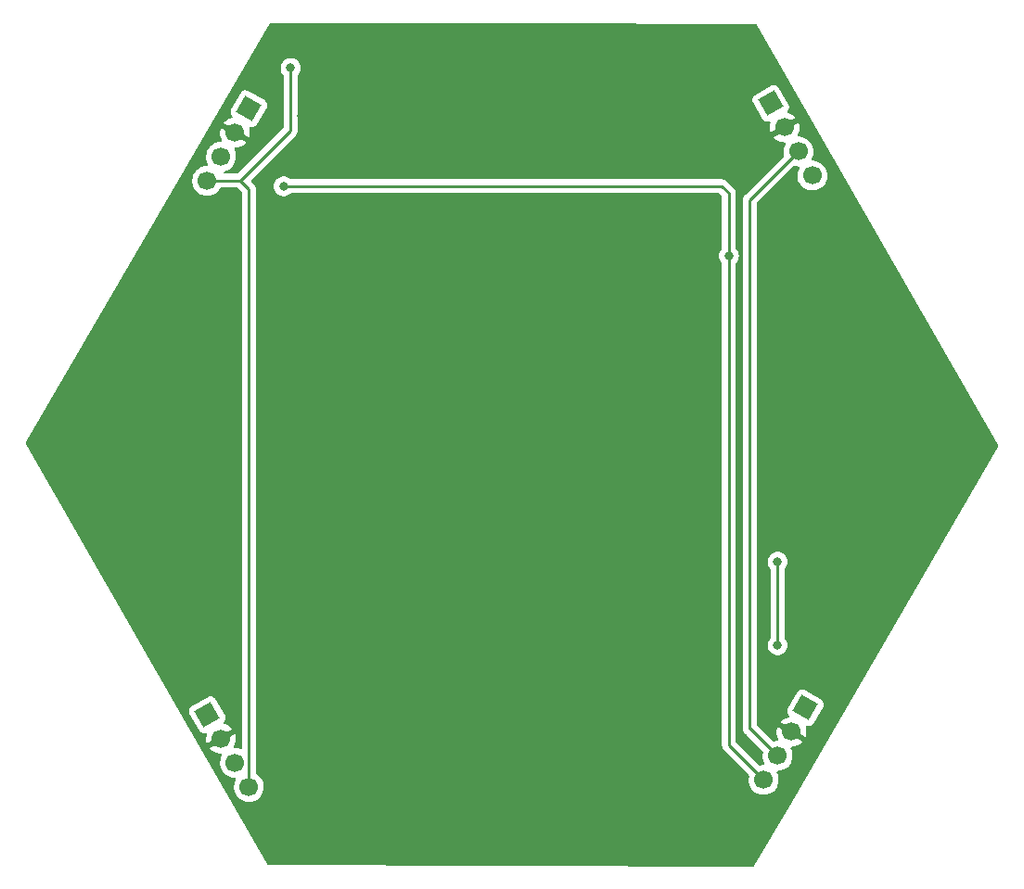
<source format=gbl>
G04 #@! TF.GenerationSoftware,KiCad,Pcbnew,6.0.5-a6ca702e91~116~ubuntu22.04.1*
G04 #@! TF.CreationDate,2022-07-22T23:48:50-06:00*
G04 #@! TF.ProjectId,catan_board,63617461-6e5f-4626-9f61-72642e6b6963,rev?*
G04 #@! TF.SameCoordinates,Original*
G04 #@! TF.FileFunction,Copper,L2,Bot*
G04 #@! TF.FilePolarity,Positive*
%FSLAX46Y46*%
G04 Gerber Fmt 4.6, Leading zero omitted, Abs format (unit mm)*
G04 Created by KiCad (PCBNEW 6.0.5-a6ca702e91~116~ubuntu22.04.1) date 2022-07-22 23:48:50*
%MOMM*%
%LPD*%
G01*
G04 APERTURE LIST*
G04 Aperture macros list*
%AMHorizOval*
0 Thick line with rounded ends*
0 $1 width*
0 $2 $3 position (X,Y) of the first rounded end (center of the circle)*
0 $4 $5 position (X,Y) of the second rounded end (center of the circle)*
0 Add line between two ends*
20,1,$1,$2,$3,$4,$5,0*
0 Add two circle primitives to create the rounded ends*
1,1,$1,$2,$3*
1,1,$1,$4,$5*%
%AMRotRect*
0 Rectangle, with rotation*
0 The origin of the aperture is its center*
0 $1 length*
0 $2 width*
0 $3 Rotation angle, in degrees counterclockwise*
0 Add horizontal line*
21,1,$1,$2,0,0,$3*%
G04 Aperture macros list end*
G04 #@! TA.AperFunction,ComponentPad*
%ADD10RotRect,1.700000X1.700000X330.000000*%
G04 #@! TD*
G04 #@! TA.AperFunction,ComponentPad*
%ADD11HorizOval,1.700000X0.000000X0.000000X0.000000X0.000000X0*%
G04 #@! TD*
G04 #@! TA.AperFunction,ComponentPad*
%ADD12RotRect,1.700000X1.700000X30.000000*%
G04 #@! TD*
G04 #@! TA.AperFunction,ComponentPad*
%ADD13HorizOval,1.700000X0.000000X0.000000X0.000000X0.000000X0*%
G04 #@! TD*
G04 #@! TA.AperFunction,ViaPad*
%ADD14C,0.800000*%
G04 #@! TD*
G04 #@! TA.AperFunction,Conductor*
%ADD15C,0.250000*%
G04 #@! TD*
G04 APERTURE END LIST*
D10*
X114300000Y-62749104D03*
D11*
X113030000Y-64948809D03*
X111760000Y-67148513D03*
X110490000Y-69348218D03*
D12*
X110490000Y-118110000D03*
D13*
X111760000Y-120309705D03*
X113030000Y-122509409D03*
X114300000Y-124709114D03*
D12*
X161925000Y-62275591D03*
D13*
X163195000Y-64475296D03*
X164465000Y-66675000D03*
X165735000Y-68874705D03*
D10*
X165100000Y-117475000D03*
D11*
X163830000Y-119674705D03*
X162560000Y-121874409D03*
X161290000Y-124074114D03*
D14*
X118821200Y-110388400D03*
X119100600Y-63449200D03*
X148031200Y-110667800D03*
X118770400Y-124917200D03*
X133680200Y-110210600D03*
X133731000Y-64566800D03*
X104775000Y-107950000D03*
X118795800Y-79552800D03*
X148945600Y-64389000D03*
X148767800Y-79273400D03*
X148793200Y-125349000D03*
X146913600Y-95681800D03*
X164566600Y-109677200D03*
X162382200Y-81254600D03*
X118338600Y-94970600D03*
X134289800Y-125222000D03*
X104571800Y-100355400D03*
X133477000Y-95021400D03*
X131521200Y-80848200D03*
X166446200Y-94818200D03*
X118110000Y-59055000D03*
X162560000Y-111760000D03*
X162560000Y-104140000D03*
X158115000Y-76200000D03*
X117475000Y-69850000D03*
D15*
X118110000Y-64770000D02*
X118110000Y-59055000D01*
X113665000Y-69215000D02*
X118110000Y-64770000D01*
X113531782Y-69348218D02*
X113665000Y-69215000D01*
X160020000Y-71120000D02*
X164465000Y-66675000D01*
X160065591Y-119380000D02*
X160020000Y-119380000D01*
X110490000Y-69348218D02*
X113531782Y-69348218D01*
X160020000Y-119380000D02*
X160020000Y-71120000D01*
X114300000Y-70116436D02*
X114300000Y-124709114D01*
X162560000Y-121874409D02*
X160065591Y-119380000D01*
X113531782Y-69348218D02*
X114300000Y-70116436D01*
X162560000Y-104140000D02*
X162560000Y-111760000D01*
X158115000Y-76200000D02*
X158115000Y-120899114D01*
X158115000Y-76200000D02*
X158115000Y-70485000D01*
X158115000Y-120899114D02*
X161290000Y-124074114D01*
X158115000Y-70485000D02*
X157480000Y-69850000D01*
X157480000Y-69850000D02*
X117475000Y-69850000D01*
G04 #@! TA.AperFunction,Conductor*
G36*
X138886715Y-54985330D02*
G01*
X160575693Y-55051495D01*
X160643753Y-55071704D01*
X160684620Y-55114827D01*
X182701343Y-93518994D01*
X182717870Y-93588040D01*
X182700959Y-93644993D01*
X163852397Y-126062871D01*
X160450335Y-131914119D01*
X160398803Y-131962955D01*
X160341024Y-131976785D01*
X137762682Y-131907906D01*
X116073680Y-131841741D01*
X116005620Y-131821532D01*
X115964753Y-131778409D01*
X107957110Y-117810533D01*
X108815282Y-117810533D01*
X108816756Y-117819389D01*
X108816756Y-117819391D01*
X108834723Y-117927337D01*
X108839196Y-117954214D01*
X108864437Y-118011443D01*
X109762571Y-119567057D01*
X109799512Y-119617531D01*
X109805615Y-119622553D01*
X109805617Y-119622555D01*
X109822296Y-119636279D01*
X109911987Y-119710082D01*
X109920238Y-119713610D01*
X109920240Y-119713611D01*
X109965710Y-119733052D01*
X110045916Y-119767345D01*
X110054825Y-119768415D01*
X110054828Y-119768416D01*
X110146278Y-119779402D01*
X110190533Y-119784718D01*
X110199389Y-119783244D01*
X110199391Y-119783244D01*
X110252358Y-119774428D01*
X110316152Y-119763810D01*
X110386631Y-119772356D01*
X110441303Y-119817650D01*
X110462807Y-119885312D01*
X110458255Y-119921773D01*
X110422863Y-120049390D01*
X110420933Y-120059505D01*
X110398302Y-120271279D01*
X110398050Y-120281568D01*
X110410309Y-120494182D01*
X110411745Y-120504402D01*
X110458565Y-120712151D01*
X110461644Y-120721980D01*
X110469314Y-120740869D01*
X110478151Y-120751992D01*
X110491683Y-120748674D01*
X111852970Y-119962735D01*
X112773108Y-119431494D01*
X112782839Y-119421288D01*
X112778979Y-119411648D01*
X112692806Y-119316945D01*
X112685273Y-119309920D01*
X112518139Y-119177927D01*
X112509552Y-119172222D01*
X112323117Y-119069304D01*
X112313705Y-119065074D01*
X112112959Y-118993985D01*
X112102997Y-118991354D01*
X112086105Y-118988345D01*
X112022547Y-118956708D01*
X111986183Y-118895731D01*
X111988558Y-118824774D01*
X112010903Y-118784237D01*
X112090082Y-118688013D01*
X112147345Y-118554084D01*
X112164718Y-118409467D01*
X112154920Y-118350598D01*
X112142101Y-118273576D01*
X112142100Y-118273573D01*
X112140804Y-118265786D01*
X112115563Y-118208557D01*
X111217429Y-116652943D01*
X111180488Y-116602469D01*
X111174385Y-116597447D01*
X111174383Y-116597445D01*
X111074946Y-116515623D01*
X111074947Y-116515623D01*
X111068013Y-116509918D01*
X111059762Y-116506390D01*
X111059760Y-116506389D01*
X110949382Y-116459196D01*
X110934084Y-116452655D01*
X110925175Y-116451585D01*
X110925172Y-116451584D01*
X110833722Y-116440598D01*
X110789467Y-116435282D01*
X110780611Y-116436756D01*
X110780609Y-116436756D01*
X110653576Y-116457899D01*
X110653573Y-116457900D01*
X110645786Y-116459196D01*
X110588557Y-116484437D01*
X109032943Y-117382571D01*
X108982469Y-117419512D01*
X108889918Y-117531987D01*
X108832655Y-117665916D01*
X108815282Y-117810533D01*
X107957110Y-117810533D01*
X93948031Y-93374242D01*
X93931504Y-93305196D01*
X93948415Y-93248242D01*
X94055966Y-93063264D01*
X107863850Y-69314913D01*
X109127251Y-69314913D01*
X109127548Y-69320066D01*
X109127548Y-69320069D01*
X109135486Y-69457742D01*
X109140110Y-69537933D01*
X109141247Y-69542979D01*
X109141248Y-69542985D01*
X109163824Y-69643158D01*
X109189222Y-69755857D01*
X109225312Y-69844736D01*
X109271157Y-69957639D01*
X109273266Y-69962834D01*
X109308121Y-70019712D01*
X109382814Y-70141600D01*
X109389987Y-70153306D01*
X109536250Y-70322156D01*
X109708126Y-70464850D01*
X109901000Y-70577556D01*
X110109692Y-70657248D01*
X110114760Y-70658279D01*
X110114763Y-70658280D01*
X110209975Y-70677651D01*
X110328597Y-70701785D01*
X110333772Y-70701975D01*
X110333774Y-70701975D01*
X110546673Y-70709782D01*
X110546677Y-70709782D01*
X110551837Y-70709971D01*
X110556957Y-70709315D01*
X110556959Y-70709315D01*
X110768288Y-70682243D01*
X110768289Y-70682243D01*
X110773416Y-70681586D01*
X110786532Y-70677651D01*
X110982429Y-70618879D01*
X110982434Y-70618877D01*
X110987384Y-70617392D01*
X111187994Y-70519114D01*
X111369860Y-70389391D01*
X111403235Y-70356133D01*
X111523518Y-70236269D01*
X111528096Y-70231707D01*
X111533215Y-70224584D01*
X111655435Y-70054495D01*
X111658453Y-70050295D01*
X111660746Y-70045655D01*
X111662446Y-70042826D01*
X111714674Y-69994736D01*
X111770451Y-69981718D01*
X113217188Y-69981718D01*
X113285309Y-70001720D01*
X113306283Y-70018623D01*
X113629595Y-70341935D01*
X113663621Y-70404247D01*
X113666500Y-70431030D01*
X113666500Y-121115280D01*
X113646498Y-121183401D01*
X113592842Y-121229894D01*
X113522568Y-121239998D01*
X113498440Y-121234053D01*
X113486696Y-121229894D01*
X113459487Y-121220259D01*
X113383087Y-121193204D01*
X113383083Y-121193203D01*
X113378212Y-121191478D01*
X113373119Y-121190571D01*
X113373116Y-121190570D01*
X113163373Y-121153209D01*
X113163367Y-121153208D01*
X113158284Y-121152303D01*
X113103360Y-121151632D01*
X113060314Y-121151106D01*
X112992442Y-121130273D01*
X112946608Y-121076053D01*
X112937364Y-121005661D01*
X112948896Y-120969288D01*
X113024670Y-120815972D01*
X113028469Y-120806377D01*
X113090376Y-120602620D01*
X113092555Y-120592539D01*
X113120590Y-120379592D01*
X113121109Y-120372917D01*
X113122572Y-120313069D01*
X113122378Y-120306351D01*
X113104781Y-120092309D01*
X113103096Y-120082129D01*
X113051214Y-119875580D01*
X113051062Y-119875134D01*
X113043462Y-119866033D01*
X113030798Y-119869303D01*
X111667030Y-120656675D01*
X110747314Y-121187672D01*
X110738300Y-121197126D01*
X110744488Y-121211578D01*
X110803217Y-121279377D01*
X110810579Y-121286587D01*
X110974434Y-121422621D01*
X110982881Y-121428536D01*
X111166756Y-121535984D01*
X111176042Y-121540434D01*
X111375001Y-121616408D01*
X111384899Y-121619284D01*
X111593595Y-121661743D01*
X111603823Y-121662962D01*
X111730211Y-121667597D01*
X111797553Y-121690081D01*
X111842049Y-121745405D01*
X111849571Y-121816002D01*
X111839884Y-121846557D01*
X111750688Y-122038714D01*
X111690989Y-122253979D01*
X111667251Y-122476104D01*
X111667548Y-122481257D01*
X111667548Y-122481260D01*
X111677820Y-122659401D01*
X111680110Y-122699124D01*
X111681247Y-122704170D01*
X111681248Y-122704176D01*
X111697482Y-122776208D01*
X111729222Y-122917048D01*
X111813266Y-123124025D01*
X111863679Y-123206292D01*
X111885801Y-123242391D01*
X111929987Y-123314497D01*
X112076250Y-123483347D01*
X112248126Y-123626041D01*
X112441000Y-123738747D01*
X112649692Y-123818439D01*
X112654760Y-123819470D01*
X112654763Y-123819471D01*
X112762379Y-123841366D01*
X112868597Y-123862976D01*
X112873772Y-123863166D01*
X112873774Y-123863166D01*
X112999982Y-123867794D01*
X113067324Y-123890279D01*
X113111820Y-123945602D01*
X113119342Y-124016199D01*
X113109653Y-124046759D01*
X113066046Y-124140704D01*
X113020688Y-124238419D01*
X112960989Y-124453684D01*
X112937251Y-124675809D01*
X112937548Y-124680962D01*
X112937548Y-124680965D01*
X112943011Y-124775704D01*
X112950110Y-124898829D01*
X112951247Y-124903875D01*
X112951248Y-124903881D01*
X112971119Y-124992053D01*
X112999222Y-125116753D01*
X113083266Y-125323730D01*
X113199987Y-125514202D01*
X113346250Y-125683052D01*
X113518126Y-125825746D01*
X113711000Y-125938452D01*
X113919692Y-126018144D01*
X113924760Y-126019175D01*
X113924763Y-126019176D01*
X114032017Y-126040997D01*
X114138597Y-126062681D01*
X114143772Y-126062871D01*
X114143774Y-126062871D01*
X114356673Y-126070678D01*
X114356677Y-126070678D01*
X114361837Y-126070867D01*
X114366957Y-126070211D01*
X114366959Y-126070211D01*
X114578288Y-126043139D01*
X114578289Y-126043139D01*
X114583416Y-126042482D01*
X114588366Y-126040997D01*
X114792429Y-125979775D01*
X114792434Y-125979773D01*
X114797384Y-125978288D01*
X114997994Y-125880010D01*
X115179860Y-125750287D01*
X115338096Y-125592603D01*
X115397594Y-125509803D01*
X115465435Y-125415391D01*
X115468453Y-125411191D01*
X115483227Y-125381299D01*
X115565136Y-125215567D01*
X115565137Y-125215565D01*
X115567430Y-125210925D01*
X115632370Y-124997183D01*
X115661529Y-124775704D01*
X115661611Y-124772354D01*
X115663074Y-124712479D01*
X115663074Y-124712475D01*
X115663156Y-124709114D01*
X115644852Y-124486475D01*
X115590431Y-124269816D01*
X115501354Y-124064954D01*
X115380014Y-123877391D01*
X115229670Y-123712165D01*
X115225619Y-123708966D01*
X115225615Y-123708962D01*
X115058414Y-123576914D01*
X115058410Y-123576912D01*
X115054359Y-123573712D01*
X115049835Y-123571215D01*
X115049831Y-123571212D01*
X114998608Y-123542936D01*
X114948636Y-123492504D01*
X114933500Y-123432627D01*
X114933500Y-70195203D01*
X114934027Y-70184020D01*
X114935702Y-70176527D01*
X114934723Y-70145366D01*
X114933562Y-70108450D01*
X114933500Y-70104491D01*
X114933500Y-70076580D01*
X114932995Y-70072580D01*
X114932062Y-70060737D01*
X114930922Y-70024465D01*
X114930673Y-70016546D01*
X114925022Y-69997094D01*
X114921014Y-69977742D01*
X114919467Y-69965499D01*
X114918474Y-69957639D01*
X114915556Y-69950268D01*
X114902200Y-69916533D01*
X114898355Y-69905306D01*
X114897721Y-69903123D01*
X114886018Y-69862843D01*
X114881984Y-69856021D01*
X114881981Y-69856015D01*
X114878424Y-69850000D01*
X116561496Y-69850000D01*
X116562186Y-69856565D01*
X116578201Y-70008936D01*
X116581458Y-70039928D01*
X116640473Y-70221556D01*
X116643776Y-70227278D01*
X116643777Y-70227279D01*
X116649077Y-70236458D01*
X116735960Y-70386944D01*
X116863747Y-70528866D01*
X116962843Y-70600864D01*
X117000193Y-70628000D01*
X117018248Y-70641118D01*
X117024276Y-70643802D01*
X117024278Y-70643803D01*
X117186681Y-70716109D01*
X117192712Y-70718794D01*
X117286113Y-70738647D01*
X117373056Y-70757128D01*
X117373061Y-70757128D01*
X117379513Y-70758500D01*
X117570487Y-70758500D01*
X117576939Y-70757128D01*
X117576944Y-70757128D01*
X117663887Y-70738647D01*
X117757288Y-70718794D01*
X117763319Y-70716109D01*
X117925722Y-70643803D01*
X117925724Y-70643802D01*
X117931752Y-70641118D01*
X117949808Y-70628000D01*
X118074830Y-70537165D01*
X118086253Y-70528866D01*
X118090668Y-70523963D01*
X118095580Y-70519540D01*
X118096705Y-70520789D01*
X118150014Y-70487949D01*
X118183200Y-70483500D01*
X157165406Y-70483500D01*
X157233527Y-70503502D01*
X157254501Y-70520405D01*
X157444595Y-70710499D01*
X157478621Y-70772811D01*
X157481500Y-70799594D01*
X157481500Y-75497476D01*
X157461498Y-75565597D01*
X157449142Y-75581779D01*
X157375960Y-75663056D01*
X157280473Y-75828444D01*
X157221458Y-76010072D01*
X157201496Y-76200000D01*
X157221458Y-76389928D01*
X157280473Y-76571556D01*
X157375960Y-76736944D01*
X157449137Y-76818215D01*
X157479853Y-76882221D01*
X157481500Y-76902524D01*
X157481500Y-120820347D01*
X157480973Y-120831530D01*
X157479298Y-120839023D01*
X157479547Y-120846949D01*
X157479547Y-120846950D01*
X157481438Y-120907100D01*
X157481500Y-120911059D01*
X157481500Y-120938970D01*
X157481997Y-120942904D01*
X157481997Y-120942905D01*
X157482005Y-120942970D01*
X157482938Y-120954807D01*
X157484327Y-120999003D01*
X157489978Y-121018453D01*
X157493987Y-121037814D01*
X157494603Y-121042686D01*
X157496526Y-121057911D01*
X157499445Y-121065282D01*
X157499445Y-121065284D01*
X157512804Y-121099026D01*
X157516649Y-121110256D01*
X157528982Y-121152707D01*
X157533015Y-121159526D01*
X157533017Y-121159531D01*
X157539293Y-121170142D01*
X157547988Y-121187890D01*
X157555448Y-121206731D01*
X157560110Y-121213147D01*
X157560110Y-121213148D01*
X157581436Y-121242501D01*
X157587952Y-121252421D01*
X157596011Y-121266047D01*
X157610458Y-121290476D01*
X157624779Y-121304797D01*
X157637619Y-121319830D01*
X157649528Y-121336221D01*
X157655634Y-121341272D01*
X157683605Y-121364412D01*
X157692384Y-121372402D01*
X159939777Y-123619796D01*
X159973803Y-123682108D01*
X159972100Y-123742560D01*
X159950989Y-123818684D01*
X159927251Y-124040809D01*
X159927548Y-124045962D01*
X159927548Y-124045965D01*
X159933011Y-124140704D01*
X159940110Y-124263829D01*
X159941247Y-124268875D01*
X159941248Y-124268881D01*
X159941459Y-124269816D01*
X159989222Y-124481753D01*
X160073266Y-124688730D01*
X160189987Y-124879202D01*
X160336250Y-125048052D01*
X160508126Y-125190746D01*
X160701000Y-125303452D01*
X160705825Y-125305294D01*
X160705826Y-125305295D01*
X160778612Y-125333089D01*
X160909692Y-125383144D01*
X160914760Y-125384175D01*
X160914763Y-125384176D01*
X161022017Y-125405997D01*
X161128597Y-125427681D01*
X161133772Y-125427871D01*
X161133774Y-125427871D01*
X161346673Y-125435678D01*
X161346677Y-125435678D01*
X161351837Y-125435867D01*
X161356957Y-125435211D01*
X161356959Y-125435211D01*
X161568288Y-125408139D01*
X161568289Y-125408139D01*
X161573416Y-125407482D01*
X161578366Y-125405997D01*
X161782429Y-125344775D01*
X161782434Y-125344773D01*
X161787384Y-125343288D01*
X161987994Y-125245010D01*
X162169860Y-125115287D01*
X162328096Y-124957603D01*
X162387594Y-124874803D01*
X162455435Y-124780391D01*
X162458453Y-124776191D01*
X162491605Y-124709114D01*
X162555136Y-124580567D01*
X162555137Y-124580565D01*
X162557430Y-124575925D01*
X162622370Y-124362183D01*
X162651529Y-124140704D01*
X162653156Y-124074114D01*
X162634852Y-123851475D01*
X162580431Y-123634816D01*
X162491354Y-123429954D01*
X162488541Y-123425605D01*
X162486101Y-123421055D01*
X162488343Y-123419853D01*
X162471033Y-123361964D01*
X162490695Y-123293745D01*
X162544119Y-123246985D01*
X162601646Y-123235422D01*
X162616671Y-123235973D01*
X162616676Y-123235973D01*
X162621837Y-123236162D01*
X162626957Y-123235506D01*
X162626959Y-123235506D01*
X162838288Y-123208434D01*
X162838289Y-123208434D01*
X162843416Y-123207777D01*
X162848366Y-123206292D01*
X163052429Y-123145070D01*
X163052434Y-123145068D01*
X163057384Y-123143583D01*
X163257994Y-123045305D01*
X163439860Y-122915582D01*
X163598096Y-122757898D01*
X163616249Y-122732636D01*
X163725435Y-122580686D01*
X163728453Y-122576486D01*
X163775517Y-122481260D01*
X163825136Y-122380862D01*
X163825137Y-122380860D01*
X163827430Y-122376220D01*
X163892370Y-122162478D01*
X163921529Y-121940999D01*
X163923156Y-121874409D01*
X163904852Y-121651770D01*
X163850431Y-121435111D01*
X163761354Y-121230249D01*
X163758541Y-121225900D01*
X163756101Y-121221350D01*
X163758136Y-121220259D01*
X163740700Y-121161450D01*
X163760524Y-121093277D01*
X163814057Y-121046643D01*
X163871320Y-121035204D01*
X163886652Y-121035767D01*
X163896936Y-121035300D01*
X164108185Y-121008239D01*
X164118262Y-121006097D01*
X164322255Y-120944896D01*
X164331842Y-120941138D01*
X164523095Y-120847444D01*
X164531945Y-120842169D01*
X164705328Y-120718497D01*
X164713200Y-120711844D01*
X164849000Y-120576515D01*
X164855781Y-120564149D01*
X164850651Y-120557271D01*
X163922970Y-120021675D01*
X162560758Y-119235201D01*
X162547053Y-119231876D01*
X162541532Y-119238897D01*
X162492864Y-119414387D01*
X162490933Y-119424505D01*
X162468302Y-119636279D01*
X162468050Y-119646568D01*
X162480309Y-119859182D01*
X162481745Y-119869402D01*
X162528565Y-120077151D01*
X162531645Y-120086980D01*
X162611770Y-120284308D01*
X162616414Y-120293502D01*
X162634792Y-120323491D01*
X162653331Y-120392024D01*
X162631875Y-120459701D01*
X162577237Y-120505035D01*
X162525821Y-120515318D01*
X162470081Y-120514637D01*
X162470079Y-120514637D01*
X162464911Y-120514574D01*
X162244091Y-120548364D01*
X162231532Y-120552469D01*
X162160568Y-120554619D01*
X162103294Y-120521798D01*
X160690405Y-119108909D01*
X160656379Y-119046597D01*
X160653500Y-119019814D01*
X160653500Y-118786202D01*
X162806096Y-118786202D01*
X162811917Y-118793621D01*
X163737030Y-119327735D01*
X165097673Y-120113302D01*
X165111378Y-120116627D01*
X165117450Y-120108905D01*
X165160378Y-119967612D01*
X165162555Y-119957542D01*
X165190590Y-119744592D01*
X165191109Y-119737917D01*
X165192572Y-119678069D01*
X165192378Y-119671351D01*
X165174781Y-119457309D01*
X165173096Y-119447129D01*
X165132118Y-119283989D01*
X165134922Y-119213048D01*
X165175635Y-119154884D01*
X165241330Y-119127965D01*
X165275006Y-119129003D01*
X165342942Y-119140310D01*
X165390609Y-119148244D01*
X165390611Y-119148244D01*
X165399467Y-119149718D01*
X165443722Y-119144402D01*
X165535172Y-119133416D01*
X165535175Y-119133415D01*
X165544084Y-119132345D01*
X165618417Y-119100563D01*
X165669760Y-119078611D01*
X165669762Y-119078610D01*
X165678013Y-119075082D01*
X165745179Y-119019814D01*
X165784383Y-118987555D01*
X165784385Y-118987553D01*
X165790488Y-118982531D01*
X165827429Y-118932057D01*
X166725563Y-117376443D01*
X166750804Y-117319214D01*
X166774718Y-117175533D01*
X166757345Y-117030916D01*
X166700082Y-116896987D01*
X166607531Y-116784512D01*
X166557057Y-116747571D01*
X165001443Y-115849437D01*
X164944214Y-115824196D01*
X164936427Y-115822900D01*
X164936424Y-115822899D01*
X164809391Y-115801756D01*
X164809389Y-115801756D01*
X164800533Y-115800282D01*
X164756278Y-115805598D01*
X164664828Y-115816584D01*
X164664825Y-115816585D01*
X164655916Y-115817655D01*
X164640618Y-115824196D01*
X164530240Y-115871389D01*
X164530238Y-115871390D01*
X164521987Y-115874918D01*
X164515053Y-115880623D01*
X164515054Y-115880623D01*
X164415617Y-115962445D01*
X164415615Y-115962447D01*
X164409512Y-115967469D01*
X164372571Y-116017943D01*
X163474437Y-117573557D01*
X163449196Y-117630786D01*
X163447900Y-117638573D01*
X163447899Y-117638576D01*
X163426756Y-117765609D01*
X163425282Y-117774467D01*
X163442655Y-117919084D01*
X163499918Y-118053013D01*
X163505620Y-118059942D01*
X163578052Y-118147967D01*
X163605890Y-118213278D01*
X163593999Y-118283272D01*
X163546154Y-118335726D01*
X163514122Y-118348885D01*
X163514208Y-118349148D01*
X163510649Y-118350311D01*
X163509951Y-118350598D01*
X163509290Y-118350755D01*
X163306868Y-118416917D01*
X163297359Y-118420914D01*
X163108463Y-118519247D01*
X163099738Y-118524741D01*
X162929433Y-118652610D01*
X162921726Y-118659453D01*
X162812571Y-118773677D01*
X162806096Y-118786202D01*
X160653500Y-118786202D01*
X160653500Y-111760000D01*
X161646496Y-111760000D01*
X161666458Y-111949928D01*
X161725473Y-112131556D01*
X161820960Y-112296944D01*
X161948747Y-112438866D01*
X162103248Y-112551118D01*
X162109276Y-112553802D01*
X162109278Y-112553803D01*
X162271681Y-112626109D01*
X162277712Y-112628794D01*
X162371112Y-112648647D01*
X162458056Y-112667128D01*
X162458061Y-112667128D01*
X162464513Y-112668500D01*
X162655487Y-112668500D01*
X162661939Y-112667128D01*
X162661944Y-112667128D01*
X162748888Y-112648647D01*
X162842288Y-112628794D01*
X162848319Y-112626109D01*
X163010722Y-112553803D01*
X163010724Y-112553802D01*
X163016752Y-112551118D01*
X163171253Y-112438866D01*
X163299040Y-112296944D01*
X163394527Y-112131556D01*
X163453542Y-111949928D01*
X163473504Y-111760000D01*
X163453542Y-111570072D01*
X163394527Y-111388444D01*
X163299040Y-111223056D01*
X163225863Y-111141785D01*
X163195147Y-111077779D01*
X163193500Y-111057476D01*
X163193500Y-104842524D01*
X163213502Y-104774403D01*
X163225858Y-104758221D01*
X163299040Y-104676944D01*
X163394527Y-104511556D01*
X163453542Y-104329928D01*
X163473504Y-104140000D01*
X163453542Y-103950072D01*
X163394527Y-103768444D01*
X163299040Y-103603056D01*
X163171253Y-103461134D01*
X163016752Y-103348882D01*
X163010724Y-103346198D01*
X163010722Y-103346197D01*
X162848319Y-103273891D01*
X162848318Y-103273891D01*
X162842288Y-103271206D01*
X162748887Y-103251353D01*
X162661944Y-103232872D01*
X162661939Y-103232872D01*
X162655487Y-103231500D01*
X162464513Y-103231500D01*
X162458061Y-103232872D01*
X162458056Y-103232872D01*
X162371113Y-103251353D01*
X162277712Y-103271206D01*
X162271682Y-103273891D01*
X162271681Y-103273891D01*
X162109278Y-103346197D01*
X162109276Y-103346198D01*
X162103248Y-103348882D01*
X161948747Y-103461134D01*
X161820960Y-103603056D01*
X161725473Y-103768444D01*
X161666458Y-103950072D01*
X161646496Y-104140000D01*
X161666458Y-104329928D01*
X161725473Y-104511556D01*
X161820960Y-104676944D01*
X161894137Y-104758215D01*
X161924853Y-104822221D01*
X161926500Y-104842524D01*
X161926500Y-111057476D01*
X161906498Y-111125597D01*
X161894142Y-111141779D01*
X161820960Y-111223056D01*
X161725473Y-111388444D01*
X161666458Y-111570072D01*
X161646496Y-111760000D01*
X160653500Y-111760000D01*
X160653500Y-71434594D01*
X160673502Y-71366473D01*
X160690405Y-71345499D01*
X164009549Y-68026355D01*
X164071861Y-67992329D01*
X164123762Y-67991979D01*
X164303597Y-68028567D01*
X164308772Y-68028757D01*
X164308774Y-68028757D01*
X164434982Y-68033385D01*
X164502324Y-68055870D01*
X164546820Y-68111193D01*
X164554342Y-68181790D01*
X164544653Y-68212350D01*
X164490575Y-68328853D01*
X164455688Y-68404010D01*
X164395989Y-68619275D01*
X164372251Y-68841400D01*
X164372548Y-68846553D01*
X164372548Y-68846556D01*
X164378102Y-68942872D01*
X164385110Y-69064420D01*
X164386247Y-69069466D01*
X164386248Y-69069472D01*
X164406119Y-69157644D01*
X164434222Y-69282344D01*
X164518266Y-69489321D01*
X164548055Y-69537933D01*
X164615115Y-69647364D01*
X164634987Y-69679793D01*
X164781250Y-69848643D01*
X164953126Y-69991337D01*
X165146000Y-70104043D01*
X165150825Y-70105885D01*
X165150826Y-70105886D01*
X165218405Y-70131692D01*
X165354692Y-70183735D01*
X165359760Y-70184766D01*
X165359763Y-70184767D01*
X165467017Y-70206588D01*
X165573597Y-70228272D01*
X165578772Y-70228462D01*
X165578774Y-70228462D01*
X165791673Y-70236269D01*
X165791677Y-70236269D01*
X165796837Y-70236458D01*
X165801957Y-70235802D01*
X165801959Y-70235802D01*
X166013288Y-70208730D01*
X166013289Y-70208730D01*
X166018416Y-70208073D01*
X166027219Y-70205432D01*
X166227429Y-70145366D01*
X166227434Y-70145364D01*
X166232384Y-70143879D01*
X166432994Y-70045601D01*
X166614860Y-69915878D01*
X166773096Y-69758194D01*
X166807189Y-69710749D01*
X166900435Y-69580982D01*
X166903453Y-69576782D01*
X166920157Y-69542985D01*
X167000136Y-69381158D01*
X167000137Y-69381156D01*
X167002430Y-69376516D01*
X167067370Y-69162774D01*
X167096529Y-68941295D01*
X167098156Y-68874705D01*
X167079852Y-68652066D01*
X167025431Y-68435407D01*
X166936354Y-68230545D01*
X166859142Y-68111193D01*
X166817822Y-68047322D01*
X166817820Y-68047319D01*
X166815014Y-68042982D01*
X166664670Y-67877756D01*
X166660619Y-67874557D01*
X166660615Y-67874553D01*
X166493414Y-67742505D01*
X166493410Y-67742503D01*
X166489359Y-67739303D01*
X166293789Y-67631343D01*
X166288920Y-67629619D01*
X166288916Y-67629617D01*
X166088087Y-67558500D01*
X166088083Y-67558499D01*
X166083212Y-67556774D01*
X166078119Y-67555867D01*
X166078116Y-67555866D01*
X165868373Y-67518505D01*
X165868367Y-67518504D01*
X165863284Y-67517599D01*
X165765869Y-67516409D01*
X165697998Y-67495576D01*
X165652164Y-67441356D01*
X165642919Y-67370964D01*
X165654451Y-67334591D01*
X165730136Y-67181453D01*
X165730137Y-67181451D01*
X165732430Y-67176811D01*
X165797370Y-66963069D01*
X165826529Y-66741590D01*
X165826611Y-66738240D01*
X165828074Y-66678365D01*
X165828074Y-66678361D01*
X165828156Y-66675000D01*
X165809852Y-66452361D01*
X165755431Y-66235702D01*
X165666354Y-66030840D01*
X165626906Y-65969862D01*
X165547822Y-65847617D01*
X165547820Y-65847614D01*
X165545014Y-65843277D01*
X165394670Y-65678051D01*
X165390619Y-65674852D01*
X165390615Y-65674848D01*
X165223414Y-65542800D01*
X165223410Y-65542798D01*
X165219359Y-65539598D01*
X165023789Y-65431638D01*
X165018920Y-65429914D01*
X165018916Y-65429912D01*
X164818087Y-65358795D01*
X164818083Y-65358794D01*
X164813212Y-65357069D01*
X164808119Y-65356162D01*
X164808116Y-65356161D01*
X164598373Y-65318800D01*
X164598367Y-65318799D01*
X164593284Y-65317894D01*
X164538360Y-65317223D01*
X164495314Y-65316697D01*
X164427442Y-65295864D01*
X164381608Y-65241644D01*
X164372364Y-65171252D01*
X164383896Y-65134879D01*
X164459670Y-64981563D01*
X164463469Y-64971968D01*
X164525376Y-64768211D01*
X164527555Y-64758130D01*
X164555590Y-64545183D01*
X164556109Y-64538508D01*
X164557572Y-64478660D01*
X164557378Y-64471942D01*
X164539781Y-64257900D01*
X164538096Y-64247720D01*
X164486214Y-64041171D01*
X164486062Y-64040725D01*
X164478462Y-64031624D01*
X164465798Y-64034894D01*
X163102030Y-64822266D01*
X162182314Y-65353263D01*
X162173300Y-65362717D01*
X162179488Y-65377169D01*
X162238217Y-65444968D01*
X162245579Y-65452178D01*
X162409434Y-65588212D01*
X162417881Y-65594127D01*
X162601756Y-65701575D01*
X162611042Y-65706025D01*
X162810001Y-65781999D01*
X162819899Y-65784875D01*
X163028595Y-65827334D01*
X163038823Y-65828553D01*
X163165211Y-65833188D01*
X163232553Y-65855672D01*
X163277049Y-65910996D01*
X163284571Y-65981593D01*
X163274884Y-66012148D01*
X163185688Y-66204305D01*
X163125989Y-66419570D01*
X163102251Y-66641695D01*
X163102548Y-66646848D01*
X163102548Y-66646851D01*
X163108011Y-66741590D01*
X163115110Y-66864715D01*
X163116247Y-66869761D01*
X163116248Y-66869767D01*
X163148453Y-67012668D01*
X163143917Y-67083520D01*
X163114631Y-67129464D01*
X159627747Y-70616348D01*
X159619461Y-70623888D01*
X159612982Y-70628000D01*
X159607557Y-70633777D01*
X159566357Y-70677651D01*
X159563602Y-70680493D01*
X159543865Y-70700230D01*
X159541385Y-70703427D01*
X159533682Y-70712447D01*
X159503414Y-70744679D01*
X159499595Y-70751625D01*
X159499593Y-70751628D01*
X159493652Y-70762434D01*
X159482801Y-70778953D01*
X159470386Y-70794959D01*
X159467241Y-70802228D01*
X159467238Y-70802232D01*
X159452826Y-70835537D01*
X159447609Y-70846187D01*
X159426305Y-70884940D01*
X159424334Y-70892615D01*
X159424334Y-70892616D01*
X159421267Y-70904562D01*
X159414863Y-70923266D01*
X159406819Y-70941855D01*
X159405580Y-70949678D01*
X159405577Y-70949688D01*
X159399901Y-70985524D01*
X159397495Y-70997144D01*
X159386500Y-71039970D01*
X159386500Y-71060224D01*
X159384949Y-71079934D01*
X159381780Y-71099943D01*
X159382526Y-71107835D01*
X159385941Y-71143961D01*
X159386500Y-71155819D01*
X159386500Y-119308207D01*
X159384268Y-119331816D01*
X159382725Y-119339906D01*
X159383223Y-119347817D01*
X159386251Y-119395951D01*
X159386500Y-119403862D01*
X159386500Y-119419856D01*
X159388506Y-119435730D01*
X159389248Y-119443590D01*
X159392775Y-119499650D01*
X159395225Y-119507191D01*
X159395321Y-119507487D01*
X159400494Y-119530631D01*
X159400532Y-119530935D01*
X159400533Y-119530940D01*
X159401526Y-119538797D01*
X159404442Y-119546162D01*
X159404443Y-119546166D01*
X159422199Y-119591011D01*
X159424871Y-119598430D01*
X159442236Y-119651875D01*
X159446486Y-119658571D01*
X159446486Y-119658572D01*
X159446650Y-119658831D01*
X159457415Y-119679958D01*
X159457529Y-119680246D01*
X159457532Y-119680251D01*
X159460448Y-119687617D01*
X159465104Y-119694025D01*
X159465107Y-119694031D01*
X159493458Y-119733052D01*
X159497901Y-119739589D01*
X159528000Y-119787018D01*
X159533778Y-119792444D01*
X159533779Y-119792445D01*
X159534007Y-119792659D01*
X159549688Y-119810446D01*
X159554528Y-119817107D01*
X159560637Y-119822161D01*
X159560638Y-119822162D01*
X159597796Y-119852903D01*
X159603730Y-119858134D01*
X159638898Y-119891158D01*
X159638901Y-119891160D01*
X159644679Y-119896586D01*
X159651903Y-119900558D01*
X159671506Y-119913881D01*
X159671746Y-119914080D01*
X159671753Y-119914084D01*
X159677856Y-119919133D01*
X159714460Y-119936357D01*
X159716444Y-119937291D01*
X159751891Y-119962204D01*
X161209777Y-121420091D01*
X161243803Y-121482403D01*
X161242100Y-121542855D01*
X161220989Y-121618979D01*
X161197251Y-121841104D01*
X161197548Y-121846257D01*
X161197548Y-121846260D01*
X161203011Y-121940999D01*
X161210110Y-122064124D01*
X161211247Y-122069170D01*
X161211248Y-122069176D01*
X161231119Y-122157348D01*
X161259222Y-122282048D01*
X161343266Y-122489025D01*
X161345966Y-122493431D01*
X161345968Y-122493435D01*
X161364202Y-122523191D01*
X161382740Y-122591725D01*
X161361283Y-122659401D01*
X161306644Y-122704734D01*
X161255230Y-122715016D01*
X161237972Y-122714805D01*
X161200080Y-122714342D01*
X161200078Y-122714342D01*
X161194911Y-122714279D01*
X160974091Y-122748069D01*
X160961532Y-122752174D01*
X160890568Y-122754324D01*
X160833294Y-122721503D01*
X158785405Y-120673614D01*
X158751379Y-120611302D01*
X158748500Y-120584519D01*
X158748500Y-76902524D01*
X158768502Y-76834403D01*
X158780858Y-76818221D01*
X158854040Y-76736944D01*
X158949527Y-76571556D01*
X159008542Y-76389928D01*
X159028504Y-76200000D01*
X159008542Y-76010072D01*
X158949527Y-75828444D01*
X158854040Y-75663056D01*
X158780863Y-75581785D01*
X158750147Y-75517779D01*
X158748500Y-75497476D01*
X158748500Y-70563768D01*
X158749027Y-70552585D01*
X158750702Y-70545092D01*
X158748562Y-70477001D01*
X158748500Y-70473044D01*
X158748500Y-70445144D01*
X158747996Y-70441153D01*
X158747063Y-70429311D01*
X158746276Y-70404247D01*
X158745674Y-70385111D01*
X158740021Y-70365652D01*
X158736012Y-70346293D01*
X158735461Y-70341935D01*
X158733474Y-70326203D01*
X158730558Y-70318837D01*
X158730556Y-70318831D01*
X158717200Y-70285098D01*
X158713355Y-70273868D01*
X158703230Y-70239017D01*
X158703230Y-70239016D01*
X158701019Y-70231407D01*
X158690705Y-70213966D01*
X158682008Y-70196213D01*
X158678981Y-70188568D01*
X158674552Y-70177383D01*
X158648563Y-70141612D01*
X158642047Y-70131692D01*
X158628302Y-70108450D01*
X158619542Y-70093638D01*
X158605221Y-70079317D01*
X158592380Y-70064283D01*
X158585132Y-70054307D01*
X158580472Y-70047893D01*
X158546407Y-70019712D01*
X158537626Y-70011722D01*
X157983647Y-69457742D01*
X157976113Y-69449463D01*
X157972000Y-69442982D01*
X157922348Y-69396356D01*
X157919507Y-69393602D01*
X157899770Y-69373865D01*
X157896573Y-69371385D01*
X157887551Y-69363680D01*
X157861100Y-69338841D01*
X157855321Y-69333414D01*
X157848375Y-69329595D01*
X157848372Y-69329593D01*
X157837566Y-69323652D01*
X157821047Y-69312801D01*
X157815048Y-69308148D01*
X157805041Y-69300386D01*
X157797772Y-69297241D01*
X157797768Y-69297238D01*
X157764463Y-69282826D01*
X157753813Y-69277609D01*
X157715060Y-69256305D01*
X157695437Y-69251267D01*
X157676734Y-69244863D01*
X157665420Y-69239967D01*
X157665419Y-69239967D01*
X157658145Y-69236819D01*
X157650322Y-69235580D01*
X157650312Y-69235577D01*
X157614476Y-69229901D01*
X157602856Y-69227495D01*
X157567711Y-69218472D01*
X157567710Y-69218472D01*
X157560030Y-69216500D01*
X157539776Y-69216500D01*
X157520065Y-69214949D01*
X157507886Y-69213020D01*
X157500057Y-69211780D01*
X157492165Y-69212526D01*
X157456039Y-69215941D01*
X157444181Y-69216500D01*
X118183200Y-69216500D01*
X118115079Y-69196498D01*
X118095853Y-69180157D01*
X118095580Y-69180460D01*
X118090668Y-69176037D01*
X118086253Y-69171134D01*
X117985490Y-69097925D01*
X117937094Y-69062763D01*
X117937093Y-69062762D01*
X117931752Y-69058882D01*
X117925724Y-69056198D01*
X117925722Y-69056197D01*
X117763319Y-68983891D01*
X117763318Y-68983891D01*
X117757288Y-68981206D01*
X117663888Y-68961353D01*
X117576944Y-68942872D01*
X117576939Y-68942872D01*
X117570487Y-68941500D01*
X117379513Y-68941500D01*
X117373061Y-68942872D01*
X117373056Y-68942872D01*
X117286112Y-68961353D01*
X117192712Y-68981206D01*
X117186682Y-68983891D01*
X117186681Y-68983891D01*
X117024278Y-69056197D01*
X117024276Y-69056198D01*
X117018248Y-69058882D01*
X117012907Y-69062762D01*
X117012906Y-69062763D01*
X117003672Y-69069472D01*
X116863747Y-69171134D01*
X116859326Y-69176044D01*
X116859325Y-69176045D01*
X116743947Y-69304186D01*
X116735960Y-69313056D01*
X116640473Y-69478444D01*
X116581458Y-69660072D01*
X116580768Y-69666633D01*
X116580768Y-69666635D01*
X116566498Y-69802404D01*
X116561496Y-69850000D01*
X114878424Y-69850000D01*
X114875706Y-69845404D01*
X114867010Y-69827654D01*
X114862472Y-69816192D01*
X114862469Y-69816187D01*
X114859552Y-69808819D01*
X114833573Y-69773061D01*
X114827057Y-69763143D01*
X114808575Y-69731893D01*
X114804542Y-69725073D01*
X114790218Y-69710749D01*
X114777376Y-69695714D01*
X114765472Y-69679329D01*
X114731406Y-69651147D01*
X114722627Y-69643158D01*
X114516782Y-69437313D01*
X114482756Y-69375001D01*
X114487821Y-69304186D01*
X114516782Y-69259123D01*
X118502247Y-65273657D01*
X118510537Y-65266113D01*
X118517018Y-65262000D01*
X118563659Y-65212332D01*
X118566413Y-65209491D01*
X118586134Y-65189770D01*
X118588612Y-65186575D01*
X118596318Y-65177553D01*
X118621158Y-65151101D01*
X118626586Y-65145321D01*
X118636346Y-65127568D01*
X118647199Y-65111045D01*
X118654753Y-65101306D01*
X118659613Y-65095041D01*
X118677176Y-65054457D01*
X118682383Y-65043827D01*
X118703695Y-65005060D01*
X118705666Y-64997383D01*
X118705668Y-64997378D01*
X118708732Y-64985442D01*
X118715138Y-64966730D01*
X118720033Y-64955419D01*
X118723181Y-64948145D01*
X118724421Y-64940317D01*
X118724423Y-64940310D01*
X118730099Y-64904476D01*
X118732505Y-64892856D01*
X118741528Y-64857711D01*
X118741528Y-64857710D01*
X118743500Y-64850030D01*
X118743500Y-64829776D01*
X118745051Y-64810065D01*
X118746980Y-64797886D01*
X118748220Y-64790057D01*
X118744059Y-64746038D01*
X118743500Y-64734181D01*
X118743500Y-61976124D01*
X160250282Y-61976124D01*
X160251756Y-61984980D01*
X160251756Y-61984982D01*
X160264012Y-62058616D01*
X160274196Y-62119805D01*
X160299437Y-62177034D01*
X161197571Y-63732648D01*
X161234512Y-63783122D01*
X161240615Y-63788144D01*
X161240617Y-63788146D01*
X161318738Y-63852428D01*
X161346987Y-63875673D01*
X161355238Y-63879201D01*
X161355240Y-63879202D01*
X161406583Y-63901154D01*
X161480916Y-63932936D01*
X161489825Y-63934006D01*
X161489828Y-63934007D01*
X161581278Y-63944993D01*
X161625533Y-63950309D01*
X161634389Y-63948835D01*
X161634391Y-63948835D01*
X161687358Y-63940019D01*
X161751152Y-63929401D01*
X161821631Y-63937947D01*
X161876303Y-63983241D01*
X161897807Y-64050903D01*
X161893255Y-64087364D01*
X161857863Y-64214981D01*
X161855933Y-64225096D01*
X161833302Y-64436870D01*
X161833050Y-64447159D01*
X161845309Y-64659773D01*
X161846745Y-64669993D01*
X161893565Y-64877742D01*
X161896644Y-64887571D01*
X161904314Y-64906460D01*
X161913151Y-64917583D01*
X161926683Y-64914265D01*
X163287970Y-64128326D01*
X164208108Y-63597085D01*
X164217839Y-63586879D01*
X164213979Y-63577239D01*
X164127806Y-63482536D01*
X164120273Y-63475511D01*
X163953139Y-63343518D01*
X163944552Y-63337813D01*
X163758117Y-63234895D01*
X163748705Y-63230665D01*
X163547959Y-63159576D01*
X163537997Y-63156945D01*
X163521105Y-63153936D01*
X163457547Y-63122299D01*
X163421183Y-63061322D01*
X163423558Y-62990365D01*
X163445903Y-62949828D01*
X163525082Y-62853604D01*
X163582345Y-62719675D01*
X163590650Y-62650547D01*
X163598647Y-62583972D01*
X163599718Y-62575058D01*
X163598244Y-62566200D01*
X163577101Y-62439167D01*
X163577100Y-62439164D01*
X163575804Y-62431377D01*
X163550563Y-62374148D01*
X162652429Y-60818534D01*
X162615488Y-60768060D01*
X162609385Y-60763038D01*
X162609383Y-60763036D01*
X162509946Y-60681214D01*
X162509947Y-60681214D01*
X162503013Y-60675509D01*
X162494762Y-60671981D01*
X162494760Y-60671980D01*
X162384382Y-60624787D01*
X162369084Y-60618246D01*
X162360175Y-60617176D01*
X162360172Y-60617175D01*
X162268722Y-60606189D01*
X162224467Y-60600873D01*
X162215611Y-60602347D01*
X162215609Y-60602347D01*
X162088576Y-60623490D01*
X162088573Y-60623491D01*
X162080786Y-60624787D01*
X162023557Y-60650028D01*
X160467943Y-61548162D01*
X160417469Y-61585103D01*
X160324918Y-61697578D01*
X160267655Y-61831507D01*
X160250282Y-61976124D01*
X118743500Y-61976124D01*
X118743500Y-59757524D01*
X118763502Y-59689403D01*
X118775858Y-59673221D01*
X118849040Y-59591944D01*
X118944527Y-59426556D01*
X119003542Y-59244928D01*
X119023504Y-59055000D01*
X119003542Y-58865072D01*
X118944527Y-58683444D01*
X118849040Y-58518056D01*
X118721253Y-58376134D01*
X118566752Y-58263882D01*
X118560724Y-58261198D01*
X118560722Y-58261197D01*
X118398319Y-58188891D01*
X118398318Y-58188891D01*
X118392288Y-58186206D01*
X118298887Y-58166353D01*
X118211944Y-58147872D01*
X118211939Y-58147872D01*
X118205487Y-58146500D01*
X118014513Y-58146500D01*
X118008061Y-58147872D01*
X118008056Y-58147872D01*
X117921113Y-58166353D01*
X117827712Y-58186206D01*
X117821682Y-58188891D01*
X117821681Y-58188891D01*
X117659278Y-58261197D01*
X117659276Y-58261198D01*
X117653248Y-58263882D01*
X117498747Y-58376134D01*
X117370960Y-58518056D01*
X117275473Y-58683444D01*
X117216458Y-58865072D01*
X117196496Y-59055000D01*
X117216458Y-59244928D01*
X117275473Y-59426556D01*
X117370960Y-59591944D01*
X117444137Y-59673215D01*
X117474853Y-59737221D01*
X117476500Y-59757524D01*
X117476500Y-64455405D01*
X117456498Y-64523526D01*
X117439595Y-64544500D01*
X113306282Y-68677813D01*
X113243970Y-68711839D01*
X113217187Y-68714718D01*
X112125785Y-68714718D01*
X112057664Y-68694716D01*
X112011171Y-68641060D01*
X112001067Y-68570786D01*
X112030561Y-68506206D01*
X112089577Y-68468032D01*
X112252429Y-68419174D01*
X112252434Y-68419172D01*
X112257384Y-68417687D01*
X112457994Y-68319409D01*
X112639860Y-68189686D01*
X112798096Y-68032002D01*
X112816249Y-68006740D01*
X112925435Y-67854790D01*
X112928453Y-67850590D01*
X113027430Y-67650324D01*
X113092370Y-67436582D01*
X113121529Y-67215103D01*
X113123156Y-67148513D01*
X113104852Y-66925874D01*
X113050431Y-66709215D01*
X112961354Y-66504353D01*
X112958541Y-66500004D01*
X112956101Y-66495454D01*
X112958136Y-66494363D01*
X112940700Y-66435554D01*
X112960524Y-66367381D01*
X113014057Y-66320747D01*
X113071320Y-66309308D01*
X113086652Y-66309871D01*
X113096936Y-66309404D01*
X113308185Y-66282343D01*
X113318262Y-66280201D01*
X113522255Y-66219000D01*
X113531842Y-66215242D01*
X113723095Y-66121548D01*
X113731945Y-66116273D01*
X113905328Y-65992601D01*
X113913200Y-65985948D01*
X114049000Y-65850619D01*
X114055781Y-65838253D01*
X114050651Y-65831375D01*
X113122970Y-65295779D01*
X111760758Y-64509305D01*
X111747053Y-64505980D01*
X111741532Y-64513001D01*
X111692864Y-64688491D01*
X111690933Y-64698609D01*
X111668302Y-64910383D01*
X111668050Y-64920672D01*
X111680309Y-65133286D01*
X111681745Y-65143506D01*
X111728565Y-65351255D01*
X111731645Y-65361084D01*
X111811770Y-65558412D01*
X111816414Y-65567606D01*
X111834792Y-65597595D01*
X111853331Y-65666128D01*
X111831875Y-65733805D01*
X111777237Y-65779139D01*
X111725821Y-65789422D01*
X111670081Y-65788741D01*
X111670079Y-65788741D01*
X111664911Y-65788678D01*
X111444091Y-65822468D01*
X111231756Y-65891870D01*
X111033607Y-65995020D01*
X111029474Y-65998123D01*
X111029471Y-65998125D01*
X110865087Y-66121548D01*
X110854965Y-66129148D01*
X110851393Y-66132886D01*
X110753140Y-66235702D01*
X110700629Y-66290651D01*
X110697715Y-66294923D01*
X110697714Y-66294924D01*
X110687518Y-66309871D01*
X110574743Y-66475193D01*
X110559003Y-66509103D01*
X110497456Y-66641695D01*
X110480688Y-66677818D01*
X110420989Y-66893083D01*
X110397251Y-67115208D01*
X110397548Y-67120361D01*
X110397548Y-67120364D01*
X110403011Y-67215103D01*
X110410110Y-67338228D01*
X110411247Y-67343274D01*
X110411248Y-67343280D01*
X110417487Y-67370964D01*
X110459222Y-67556152D01*
X110497461Y-67650324D01*
X110534892Y-67742505D01*
X110543266Y-67763129D01*
X110545966Y-67767535D01*
X110545968Y-67767539D01*
X110564202Y-67797295D01*
X110582740Y-67865829D01*
X110561283Y-67933505D01*
X110506644Y-67978838D01*
X110455230Y-67989120D01*
X110437972Y-67988909D01*
X110400080Y-67988446D01*
X110400078Y-67988446D01*
X110394911Y-67988383D01*
X110174091Y-68022173D01*
X109961756Y-68091575D01*
X109763607Y-68194725D01*
X109759474Y-68197828D01*
X109759471Y-68197830D01*
X109589100Y-68325748D01*
X109584965Y-68328853D01*
X109581393Y-68332591D01*
X109483140Y-68435407D01*
X109430629Y-68490356D01*
X109304743Y-68674898D01*
X109287596Y-68711839D01*
X109227456Y-68841400D01*
X109210688Y-68877523D01*
X109150989Y-69092788D01*
X109127251Y-69314913D01*
X107863850Y-69314913D01*
X110919010Y-64060306D01*
X112006096Y-64060306D01*
X112011917Y-64067725D01*
X112937030Y-64601839D01*
X114297673Y-65387406D01*
X114311378Y-65390731D01*
X114317450Y-65383009D01*
X114360378Y-65241716D01*
X114362555Y-65231646D01*
X114390590Y-65018696D01*
X114391109Y-65012021D01*
X114392572Y-64952173D01*
X114392378Y-64945455D01*
X114374781Y-64731413D01*
X114373096Y-64721233D01*
X114332118Y-64558093D01*
X114334922Y-64487152D01*
X114375635Y-64428988D01*
X114441330Y-64402069D01*
X114475006Y-64403107D01*
X114542942Y-64414414D01*
X114590609Y-64422348D01*
X114590611Y-64422348D01*
X114599467Y-64423822D01*
X114643722Y-64418506D01*
X114735172Y-64407520D01*
X114735175Y-64407519D01*
X114744084Y-64406449D01*
X114818417Y-64374667D01*
X114869760Y-64352715D01*
X114869762Y-64352714D01*
X114878013Y-64349186D01*
X114906262Y-64325941D01*
X114984383Y-64261659D01*
X114984385Y-64261657D01*
X114990488Y-64256635D01*
X115027429Y-64206161D01*
X115925563Y-62650547D01*
X115950804Y-62593318D01*
X115953844Y-62575058D01*
X115973244Y-62458495D01*
X115973244Y-62458493D01*
X115974718Y-62449637D01*
X115966024Y-62377268D01*
X115958416Y-62313932D01*
X115958415Y-62313929D01*
X115957345Y-62305020D01*
X115900082Y-62171091D01*
X115807531Y-62058616D01*
X115757057Y-62021675D01*
X114201443Y-61123541D01*
X114144214Y-61098300D01*
X114136427Y-61097004D01*
X114136424Y-61097003D01*
X114009391Y-61075860D01*
X114009389Y-61075860D01*
X114000533Y-61074386D01*
X113956278Y-61079702D01*
X113864828Y-61090688D01*
X113864825Y-61090689D01*
X113855916Y-61091759D01*
X113840618Y-61098300D01*
X113730240Y-61145493D01*
X113730238Y-61145494D01*
X113721987Y-61149022D01*
X113715053Y-61154727D01*
X113715054Y-61154727D01*
X113615617Y-61236549D01*
X113615615Y-61236551D01*
X113609512Y-61241573D01*
X113572571Y-61292047D01*
X112674437Y-62847661D01*
X112649196Y-62904890D01*
X112647900Y-62912677D01*
X112647899Y-62912680D01*
X112632863Y-63003020D01*
X112625282Y-63048571D01*
X112626353Y-63057485D01*
X112637940Y-63153936D01*
X112642655Y-63193188D01*
X112699918Y-63327117D01*
X112713414Y-63343518D01*
X112778052Y-63422071D01*
X112805890Y-63487382D01*
X112793999Y-63557376D01*
X112746154Y-63609830D01*
X112714122Y-63622989D01*
X112714208Y-63623252D01*
X112710649Y-63624415D01*
X112709951Y-63624702D01*
X112709290Y-63624859D01*
X112506868Y-63691021D01*
X112497359Y-63695018D01*
X112308463Y-63793351D01*
X112299738Y-63798845D01*
X112129433Y-63926714D01*
X112121726Y-63933557D01*
X112012571Y-64047781D01*
X112006096Y-64060306D01*
X110919010Y-64060306D01*
X116199040Y-54979116D01*
X116250571Y-54930281D01*
X116308350Y-54916451D01*
X138886715Y-54985330D01*
G37*
G04 #@! TD.AperFunction*
M02*

</source>
